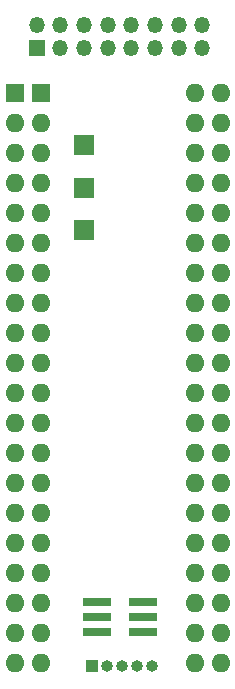
<source format=gbr>
G04 #@! TF.GenerationSoftware,KiCad,Pcbnew,(5.1.9)-1*
G04 #@! TF.CreationDate,2021-06-10T15:01:45-04:00*
G04 #@! TF.ProjectId,6526KernalSwitcherC,36353236-4b65-4726-9e61-6c5377697463,rev?*
G04 #@! TF.SameCoordinates,Original*
G04 #@! TF.FileFunction,Soldermask,Bot*
G04 #@! TF.FilePolarity,Negative*
%FSLAX46Y46*%
G04 Gerber Fmt 4.6, Leading zero omitted, Abs format (unit mm)*
G04 Created by KiCad (PCBNEW (5.1.9)-1) date 2021-06-10 15:01:45*
%MOMM*%
%LPD*%
G01*
G04 APERTURE LIST*
%ADD10O,1.600000X1.600000*%
%ADD11R,1.600000X1.600000*%
%ADD12R,1.000000X1.000000*%
%ADD13O,1.000000X1.000000*%
%ADD14R,2.400000X0.740000*%
%ADD15R,1.700000X1.700000*%
%ADD16R,1.350000X1.350000*%
%ADD17O,1.350000X1.350000*%
G04 APERTURE END LIST*
D10*
X114300000Y-50800000D03*
X99060000Y-99060000D03*
X114300000Y-53340000D03*
X99060000Y-96520000D03*
X114300000Y-55880000D03*
X99060000Y-93980000D03*
X114300000Y-58420000D03*
X99060000Y-91440000D03*
X114300000Y-60960000D03*
X99060000Y-88900000D03*
X114300000Y-63500000D03*
X99060000Y-86360000D03*
X114300000Y-66040000D03*
X99060000Y-83820000D03*
X114300000Y-68580000D03*
X99060000Y-81280000D03*
X114300000Y-71120000D03*
X99060000Y-78740000D03*
X114300000Y-73660000D03*
X99060000Y-76200000D03*
X114300000Y-76200000D03*
X99060000Y-73660000D03*
X114300000Y-78740000D03*
X99060000Y-71120000D03*
X114300000Y-81280000D03*
X99060000Y-68580000D03*
X114300000Y-83820000D03*
X99060000Y-66040000D03*
X114300000Y-86360000D03*
X99060000Y-63500000D03*
X114300000Y-88900000D03*
X99060000Y-60960000D03*
X114300000Y-91440000D03*
X99060000Y-58420000D03*
X114300000Y-93980000D03*
X99060000Y-55880000D03*
X114300000Y-96520000D03*
X99060000Y-53340000D03*
X114300000Y-99060000D03*
D11*
X99060000Y-50800000D03*
D12*
X105600500Y-99314000D03*
D13*
X106870500Y-99314000D03*
X108140500Y-99314000D03*
X109410500Y-99314000D03*
X110680500Y-99314000D03*
D14*
X106000000Y-96456500D03*
X109900000Y-96456500D03*
X106000000Y-95186500D03*
X109900000Y-95186500D03*
X106000000Y-93916500D03*
X109900000Y-93916500D03*
D15*
X104902000Y-58801000D03*
X104902000Y-55181500D03*
X104902000Y-62420500D03*
D11*
X101219000Y-50800000D03*
D10*
X116459000Y-99060000D03*
X101219000Y-53340000D03*
X116459000Y-96520000D03*
X101219000Y-55880000D03*
X116459000Y-93980000D03*
X101219000Y-58420000D03*
X116459000Y-91440000D03*
X101219000Y-60960000D03*
X116459000Y-88900000D03*
X101219000Y-63500000D03*
X116459000Y-86360000D03*
X101219000Y-66040000D03*
X116459000Y-83820000D03*
X101219000Y-68580000D03*
X116459000Y-81280000D03*
X101219000Y-71120000D03*
X116459000Y-78740000D03*
X101219000Y-73660000D03*
X116459000Y-76200000D03*
X101219000Y-76200000D03*
X116459000Y-73660000D03*
X101219000Y-78740000D03*
X116459000Y-71120000D03*
X101219000Y-81280000D03*
X116459000Y-68580000D03*
X101219000Y-83820000D03*
X116459000Y-66040000D03*
X101219000Y-86360000D03*
X116459000Y-63500000D03*
X101219000Y-88900000D03*
X116459000Y-60960000D03*
X101219000Y-91440000D03*
X116459000Y-58420000D03*
X101219000Y-93980000D03*
X116459000Y-55880000D03*
X101219000Y-96520000D03*
X116459000Y-53340000D03*
X101219000Y-99060000D03*
X116459000Y-50800000D03*
D16*
X100901500Y-46990000D03*
D17*
X100901500Y-44990000D03*
X102901500Y-46990000D03*
X102901500Y-44990000D03*
X104901500Y-46990000D03*
X104901500Y-44990000D03*
X106901500Y-46990000D03*
X106901500Y-44990000D03*
X108901500Y-46990000D03*
X108901500Y-44990000D03*
X110901500Y-46990000D03*
X110901500Y-44990000D03*
X112901500Y-46990000D03*
X112901500Y-44990000D03*
X114901500Y-46990000D03*
X114901500Y-44990000D03*
M02*

</source>
